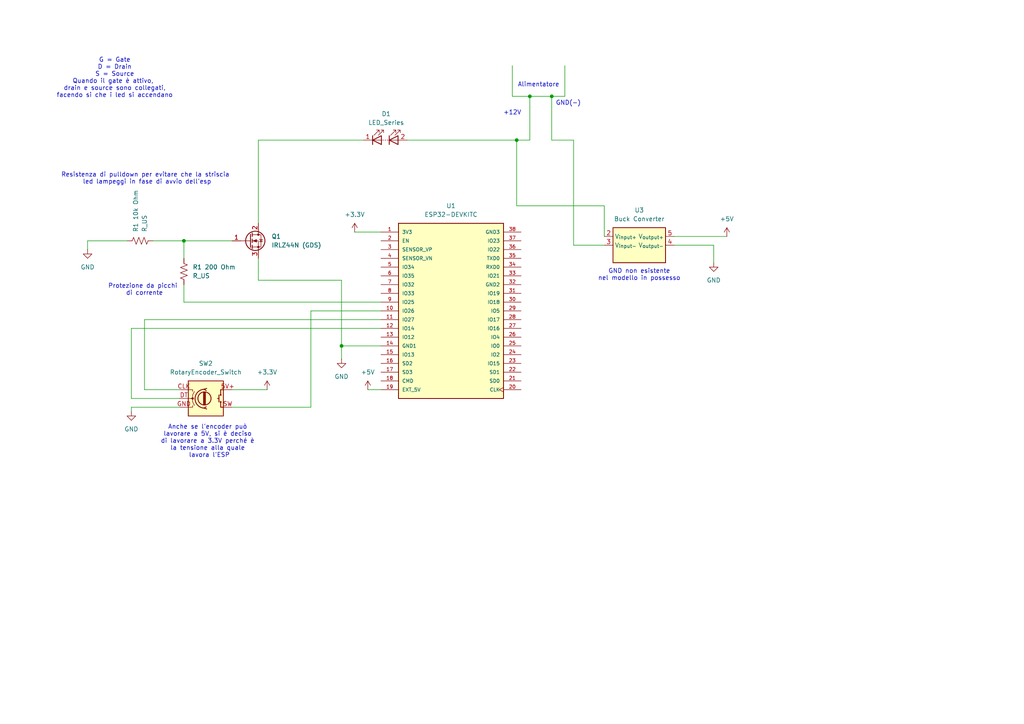
<source format=kicad_sch>
(kicad_sch
	(version 20250114)
	(generator "eeschema")
	(generator_version "9.0")
	(uuid "d5a61ab2-807f-4680-8873-8278cdf034f6")
	(paper "A4")
	(lib_symbols
		(symbol "Device:LED_Series"
			(pin_names
				(offset 1.016)
				(hide yes)
			)
			(exclude_from_sim no)
			(in_bom yes)
			(on_board yes)
			(property "Reference" "D"
				(at 0 5.715 0)
				(effects
					(font
						(size 1.27 1.27)
					)
				)
			)
			(property "Value" "LED_Series"
				(at 0 3.81 0)
				(effects
					(font
						(size 1.27 1.27)
					)
				)
			)
			(property "Footprint" ""
				(at -2.54 0 0)
				(effects
					(font
						(size 1.27 1.27)
					)
					(hide yes)
				)
			)
			(property "Datasheet" "~"
				(at -2.54 0 0)
				(effects
					(font
						(size 1.27 1.27)
					)
					(hide yes)
				)
			)
			(property "Description" "Several LEDs in series"
				(at 0 0 0)
				(effects
					(font
						(size 1.27 1.27)
					)
					(hide yes)
				)
			)
			(property "ki_keywords" "LED diode"
				(at 0 0 0)
				(effects
					(font
						(size 1.27 1.27)
					)
					(hide yes)
				)
			)
			(property "ki_fp_filters" "LED* LED_SMD:* LED_THT:*"
				(at 0 0 0)
				(effects
					(font
						(size 1.27 1.27)
					)
					(hide yes)
				)
			)
			(symbol "LED_Series_0_1"
				(polyline
					(pts
						(xy -3.81 0) (xy -1.016 0)
					)
					(stroke
						(width 0)
						(type default)
					)
					(fill
						(type none)
					)
				)
				(polyline
					(pts
						(xy -3.683 -1.27) (xy -3.683 1.27)
					)
					(stroke
						(width 0.254)
						(type default)
					)
					(fill
						(type none)
					)
				)
				(polyline
					(pts
						(xy -3.302 1.397) (xy -1.778 2.921) (xy -2.54 2.921) (xy -1.778 2.921) (xy -1.778 2.159)
					)
					(stroke
						(width 0)
						(type default)
					)
					(fill
						(type none)
					)
				)
				(polyline
					(pts
						(xy -2.032 1.397) (xy -0.508 2.921) (xy -1.27 2.921) (xy -0.508 2.921) (xy -0.508 2.159)
					)
					(stroke
						(width 0)
						(type default)
					)
					(fill
						(type none)
					)
				)
				(polyline
					(pts
						(xy -1.143 -1.27) (xy -1.143 1.27) (xy -3.683 0) (xy -1.143 -1.27)
					)
					(stroke
						(width 0.254)
						(type default)
					)
					(fill
						(type none)
					)
				)
				(polyline
					(pts
						(xy -0.508 0) (xy -0.762 0)
					)
					(stroke
						(width 0)
						(type default)
					)
					(fill
						(type none)
					)
				)
				(polyline
					(pts
						(xy 0.127 0) (xy -0.127 0)
					)
					(stroke
						(width 0)
						(type default)
					)
					(fill
						(type none)
					)
				)
				(polyline
					(pts
						(xy 0.508 0) (xy 0.762 0)
					)
					(stroke
						(width 0)
						(type default)
					)
					(fill
						(type none)
					)
				)
				(polyline
					(pts
						(xy 1.016 0) (xy 3.81 0)
					)
					(stroke
						(width 0)
						(type default)
					)
					(fill
						(type none)
					)
				)
				(polyline
					(pts
						(xy 1.143 -1.27) (xy 1.143 1.27)
					)
					(stroke
						(width 0.254)
						(type default)
					)
					(fill
						(type none)
					)
				)
				(polyline
					(pts
						(xy 1.524 1.397) (xy 3.048 2.921) (xy 2.286 2.921) (xy 3.048 2.921) (xy 3.048 2.159)
					)
					(stroke
						(width 0)
						(type default)
					)
					(fill
						(type none)
					)
				)
				(polyline
					(pts
						(xy 2.794 1.397) (xy 4.318 2.921) (xy 3.556 2.921) (xy 4.318 2.921) (xy 4.318 2.159)
					)
					(stroke
						(width 0)
						(type default)
					)
					(fill
						(type none)
					)
				)
				(polyline
					(pts
						(xy 3.683 -1.27) (xy 3.683 1.27) (xy 1.143 0) (xy 3.683 -1.27)
					)
					(stroke
						(width 0.254)
						(type default)
					)
					(fill
						(type none)
					)
				)
			)
			(symbol "LED_Series_1_1"
				(pin passive line
					(at -6.35 0 0)
					(length 2.54)
					(name "K"
						(effects
							(font
								(size 1.27 1.27)
							)
						)
					)
					(number "1"
						(effects
							(font
								(size 1.27 1.27)
							)
						)
					)
				)
				(pin passive line
					(at 6.35 0 180)
					(length 2.54)
					(name "A"
						(effects
							(font
								(size 1.27 1.27)
							)
						)
					)
					(number "2"
						(effects
							(font
								(size 1.27 1.27)
							)
						)
					)
				)
			)
			(embedded_fonts no)
		)
		(symbol "ESP32-DEVKITC:ESP32-DEVKITC"
			(pin_names
				(offset 1.016)
			)
			(exclude_from_sim no)
			(in_bom yes)
			(on_board yes)
			(property "Reference" "U"
				(at -15.2572 26.0643 0)
				(effects
					(font
						(size 1.27 1.27)
					)
					(justify left bottom)
				)
			)
			(property "Value" "ESP32-DEVKITC"
				(at -15.2563 -27.9698 0)
				(effects
					(font
						(size 1.27 1.27)
					)
					(justify left bottom)
				)
			)
			(property "Footprint" "ESP32-DEVKITC:MODULE_ESP32-DEVKITC"
				(at 0 0 0)
				(effects
					(font
						(size 1.27 1.27)
					)
					(justify bottom)
					(hide yes)
				)
			)
			(property "Datasheet" ""
				(at 0 0 0)
				(effects
					(font
						(size 1.27 1.27)
					)
					(hide yes)
				)
			)
			(property "Description" ""
				(at 0 0 0)
				(effects
					(font
						(size 1.27 1.27)
					)
					(hide yes)
				)
			)
			(property "MF" "Espressif Systems"
				(at 0 0 0)
				(effects
					(font
						(size 1.27 1.27)
					)
					(justify bottom)
					(hide yes)
				)
			)
			(property "Description_1" "Transceiver; 802.11 b/g/n (Wi-Fi, WiFi, WLAN), Bluetooth® Smart Ready 4.x Dual Mode"
				(at 0 0 0)
				(effects
					(font
						(size 1.27 1.27)
					)
					(justify bottom)
					(hide yes)
				)
			)
			(property "Package" "None"
				(at 0 0 0)
				(effects
					(font
						(size 1.27 1.27)
					)
					(justify bottom)
					(hide yes)
				)
			)
			(property "Price" "None"
				(at 0 0 0)
				(effects
					(font
						(size 1.27 1.27)
					)
					(justify bottom)
					(hide yes)
				)
			)
			(property "Check_prices" "https://www.snapeda.com/parts/ESP32-DEVKITC-32D-F/Espressif+Systems/view-part/?ref=eda"
				(at 0 0 0)
				(effects
					(font
						(size 1.27 1.27)
					)
					(justify bottom)
					(hide yes)
				)
			)
			(property "STANDARD" "Manufacturer Recommendations"
				(at 0 0 0)
				(effects
					(font
						(size 1.27 1.27)
					)
					(justify bottom)
					(hide yes)
				)
			)
			(property "PARTREV" "N/A"
				(at 0 0 0)
				(effects
					(font
						(size 1.27 1.27)
					)
					(justify bottom)
					(hide yes)
				)
			)
			(property "SnapEDA_Link" "https://www.snapeda.com/parts/ESP32-DEVKITC-32D-F/Espressif+Systems/view-part/?ref=snap"
				(at 0 0 0)
				(effects
					(font
						(size 1.27 1.27)
					)
					(justify bottom)
					(hide yes)
				)
			)
			(property "MP" "ESP32-DEVKITC-32D-F"
				(at 0 0 0)
				(effects
					(font
						(size 1.27 1.27)
					)
					(justify bottom)
					(hide yes)
				)
			)
			(property "Availability" "In Stock"
				(at 0 0 0)
				(effects
					(font
						(size 1.27 1.27)
					)
					(justify bottom)
					(hide yes)
				)
			)
			(property "MANUFACTURER" "ESPRESSIF"
				(at 0 0 0)
				(effects
					(font
						(size 1.27 1.27)
					)
					(justify bottom)
					(hide yes)
				)
			)
			(symbol "ESP32-DEVKITC_0_0"
				(rectangle
					(start -15.24 -25.4)
					(end 15.24 25.4)
					(stroke
						(width 0.254)
						(type default)
					)
					(fill
						(type background)
					)
				)
				(pin power_in line
					(at -20.32 22.86 0)
					(length 5.08)
					(name "3V3"
						(effects
							(font
								(size 1.016 1.016)
							)
						)
					)
					(number "1"
						(effects
							(font
								(size 1.016 1.016)
							)
						)
					)
				)
				(pin input line
					(at -20.32 20.32 0)
					(length 5.08)
					(name "EN"
						(effects
							(font
								(size 1.016 1.016)
							)
						)
					)
					(number "2"
						(effects
							(font
								(size 1.016 1.016)
							)
						)
					)
				)
				(pin input line
					(at -20.32 17.78 0)
					(length 5.08)
					(name "SENSOR_VP"
						(effects
							(font
								(size 1.016 1.016)
							)
						)
					)
					(number "3"
						(effects
							(font
								(size 1.016 1.016)
							)
						)
					)
				)
				(pin input line
					(at -20.32 15.24 0)
					(length 5.08)
					(name "SENSOR_VN"
						(effects
							(font
								(size 1.016 1.016)
							)
						)
					)
					(number "4"
						(effects
							(font
								(size 1.016 1.016)
							)
						)
					)
				)
				(pin bidirectional line
					(at -20.32 12.7 0)
					(length 5.08)
					(name "IO34"
						(effects
							(font
								(size 1.016 1.016)
							)
						)
					)
					(number "5"
						(effects
							(font
								(size 1.016 1.016)
							)
						)
					)
				)
				(pin bidirectional line
					(at -20.32 10.16 0)
					(length 5.08)
					(name "IO35"
						(effects
							(font
								(size 1.016 1.016)
							)
						)
					)
					(number "6"
						(effects
							(font
								(size 1.016 1.016)
							)
						)
					)
				)
				(pin bidirectional line
					(at -20.32 7.62 0)
					(length 5.08)
					(name "IO32"
						(effects
							(font
								(size 1.016 1.016)
							)
						)
					)
					(number "7"
						(effects
							(font
								(size 1.016 1.016)
							)
						)
					)
				)
				(pin bidirectional line
					(at -20.32 5.08 0)
					(length 5.08)
					(name "IO33"
						(effects
							(font
								(size 1.016 1.016)
							)
						)
					)
					(number "8"
						(effects
							(font
								(size 1.016 1.016)
							)
						)
					)
				)
				(pin bidirectional line
					(at -20.32 2.54 0)
					(length 5.08)
					(name "IO25"
						(effects
							(font
								(size 1.016 1.016)
							)
						)
					)
					(number "9"
						(effects
							(font
								(size 1.016 1.016)
							)
						)
					)
				)
				(pin bidirectional line
					(at -20.32 0 0)
					(length 5.08)
					(name "IO26"
						(effects
							(font
								(size 1.016 1.016)
							)
						)
					)
					(number "10"
						(effects
							(font
								(size 1.016 1.016)
							)
						)
					)
				)
				(pin bidirectional line
					(at -20.32 -2.54 0)
					(length 5.08)
					(name "IO27"
						(effects
							(font
								(size 1.016 1.016)
							)
						)
					)
					(number "11"
						(effects
							(font
								(size 1.016 1.016)
							)
						)
					)
				)
				(pin bidirectional line
					(at -20.32 -5.08 0)
					(length 5.08)
					(name "IO14"
						(effects
							(font
								(size 1.016 1.016)
							)
						)
					)
					(number "12"
						(effects
							(font
								(size 1.016 1.016)
							)
						)
					)
				)
				(pin bidirectional line
					(at -20.32 -7.62 0)
					(length 5.08)
					(name "IO12"
						(effects
							(font
								(size 1.016 1.016)
							)
						)
					)
					(number "13"
						(effects
							(font
								(size 1.016 1.016)
							)
						)
					)
				)
				(pin power_in line
					(at -20.32 -10.16 0)
					(length 5.08)
					(name "GND1"
						(effects
							(font
								(size 1.016 1.016)
							)
						)
					)
					(number "14"
						(effects
							(font
								(size 1.016 1.016)
							)
						)
					)
				)
				(pin bidirectional line
					(at -20.32 -12.7 0)
					(length 5.08)
					(name "IO13"
						(effects
							(font
								(size 1.016 1.016)
							)
						)
					)
					(number "15"
						(effects
							(font
								(size 1.016 1.016)
							)
						)
					)
				)
				(pin bidirectional line
					(at -20.32 -15.24 0)
					(length 5.08)
					(name "SD2"
						(effects
							(font
								(size 1.016 1.016)
							)
						)
					)
					(number "16"
						(effects
							(font
								(size 1.016 1.016)
							)
						)
					)
				)
				(pin bidirectional line
					(at -20.32 -17.78 0)
					(length 5.08)
					(name "SD3"
						(effects
							(font
								(size 1.016 1.016)
							)
						)
					)
					(number "17"
						(effects
							(font
								(size 1.016 1.016)
							)
						)
					)
				)
				(pin bidirectional line
					(at -20.32 -20.32 0)
					(length 5.08)
					(name "CMD"
						(effects
							(font
								(size 1.016 1.016)
							)
						)
					)
					(number "18"
						(effects
							(font
								(size 1.016 1.016)
							)
						)
					)
				)
				(pin power_in line
					(at -20.32 -22.86 0)
					(length 5.08)
					(name "EXT_5V"
						(effects
							(font
								(size 1.016 1.016)
							)
						)
					)
					(number "19"
						(effects
							(font
								(size 1.016 1.016)
							)
						)
					)
				)
				(pin power_in line
					(at 20.32 22.86 180)
					(length 5.08)
					(name "GND3"
						(effects
							(font
								(size 1.016 1.016)
							)
						)
					)
					(number "38"
						(effects
							(font
								(size 1.016 1.016)
							)
						)
					)
				)
				(pin bidirectional line
					(at 20.32 20.32 180)
					(length 5.08)
					(name "IO23"
						(effects
							(font
								(size 1.016 1.016)
							)
						)
					)
					(number "37"
						(effects
							(font
								(size 1.016 1.016)
							)
						)
					)
				)
				(pin bidirectional line
					(at 20.32 17.78 180)
					(length 5.08)
					(name "IO22"
						(effects
							(font
								(size 1.016 1.016)
							)
						)
					)
					(number "36"
						(effects
							(font
								(size 1.016 1.016)
							)
						)
					)
				)
				(pin output line
					(at 20.32 15.24 180)
					(length 5.08)
					(name "TXD0"
						(effects
							(font
								(size 1.016 1.016)
							)
						)
					)
					(number "35"
						(effects
							(font
								(size 1.016 1.016)
							)
						)
					)
				)
				(pin input line
					(at 20.32 12.7 180)
					(length 5.08)
					(name "RXD0"
						(effects
							(font
								(size 1.016 1.016)
							)
						)
					)
					(number "34"
						(effects
							(font
								(size 1.016 1.016)
							)
						)
					)
				)
				(pin bidirectional line
					(at 20.32 10.16 180)
					(length 5.08)
					(name "IO21"
						(effects
							(font
								(size 1.016 1.016)
							)
						)
					)
					(number "33"
						(effects
							(font
								(size 1.016 1.016)
							)
						)
					)
				)
				(pin power_in line
					(at 20.32 7.62 180)
					(length 5.08)
					(name "GND2"
						(effects
							(font
								(size 1.016 1.016)
							)
						)
					)
					(number "32"
						(effects
							(font
								(size 1.016 1.016)
							)
						)
					)
				)
				(pin bidirectional line
					(at 20.32 5.08 180)
					(length 5.08)
					(name "IO19"
						(effects
							(font
								(size 1.016 1.016)
							)
						)
					)
					(number "31"
						(effects
							(font
								(size 1.016 1.016)
							)
						)
					)
				)
				(pin bidirectional line
					(at 20.32 2.54 180)
					(length 5.08)
					(name "IO18"
						(effects
							(font
								(size 1.016 1.016)
							)
						)
					)
					(number "30"
						(effects
							(font
								(size 1.016 1.016)
							)
						)
					)
				)
				(pin bidirectional line
					(at 20.32 0 180)
					(length 5.08)
					(name "IO5"
						(effects
							(font
								(size 1.016 1.016)
							)
						)
					)
					(number "29"
						(effects
							(font
								(size 1.016 1.016)
							)
						)
					)
				)
				(pin bidirectional line
					(at 20.32 -2.54 180)
					(length 5.08)
					(name "IO17"
						(effects
							(font
								(size 1.016 1.016)
							)
						)
					)
					(number "28"
						(effects
							(font
								(size 1.016 1.016)
							)
						)
					)
				)
				(pin bidirectional line
					(at 20.32 -5.08 180)
					(length 5.08)
					(name "IO16"
						(effects
							(font
								(size 1.016 1.016)
							)
						)
					)
					(number "27"
						(effects
							(font
								(size 1.016 1.016)
							)
						)
					)
				)
				(pin bidirectional line
					(at 20.32 -7.62 180)
					(length 5.08)
					(name "IO4"
						(effects
							(font
								(size 1.016 1.016)
							)
						)
					)
					(number "26"
						(effects
							(font
								(size 1.016 1.016)
							)
						)
					)
				)
				(pin bidirectional line
					(at 20.32 -10.16 180)
					(length 5.08)
					(name "IO0"
						(effects
							(font
								(size 1.016 1.016)
							)
						)
					)
					(number "25"
						(effects
							(font
								(size 1.016 1.016)
							)
						)
					)
				)
				(pin bidirectional line
					(at 20.32 -12.7 180)
					(length 5.08)
					(name "IO2"
						(effects
							(font
								(size 1.016 1.016)
							)
						)
					)
					(number "24"
						(effects
							(font
								(size 1.016 1.016)
							)
						)
					)
				)
				(pin bidirectional line
					(at 20.32 -15.24 180)
					(length 5.08)
					(name "IO15"
						(effects
							(font
								(size 1.016 1.016)
							)
						)
					)
					(number "23"
						(effects
							(font
								(size 1.016 1.016)
							)
						)
					)
				)
				(pin bidirectional line
					(at 20.32 -17.78 180)
					(length 5.08)
					(name "SD1"
						(effects
							(font
								(size 1.016 1.016)
							)
						)
					)
					(number "22"
						(effects
							(font
								(size 1.016 1.016)
							)
						)
					)
				)
				(pin bidirectional line
					(at 20.32 -20.32 180)
					(length 5.08)
					(name "SD0"
						(effects
							(font
								(size 1.016 1.016)
							)
						)
					)
					(number "21"
						(effects
							(font
								(size 1.016 1.016)
							)
						)
					)
				)
				(pin input clock
					(at 20.32 -22.86 180)
					(length 5.08)
					(name "CLK"
						(effects
							(font
								(size 1.016 1.016)
							)
						)
					)
					(number "20"
						(effects
							(font
								(size 1.016 1.016)
							)
						)
					)
				)
			)
			(embedded_fonts no)
		)
		(symbol "Mia Libreria:Buck Converter"
			(exclude_from_sim no)
			(in_bom yes)
			(on_board yes)
			(property "Reference" "U"
				(at -6.35 6.35 0)
				(effects
					(font
						(size 1.27 1.27)
					)
				)
			)
			(property "Value" "Buck Converter"
				(at 3.81 6.35 0)
				(effects
					(font
						(size 1.27 1.27)
					)
				)
			)
			(property "Footprint" "Module:Texas_EUS_R-PDSS-T5_THT"
				(at -2.54 -10.16 0)
				(effects
					(font
						(size 1.27 1.27)
					)
					(hide yes)
				)
			)
			(property "Datasheet" "https://www.ti.com/lit/ds/symlink/ptn78000w.pdf"
				(at 1.27 -5.08 0)
				(effects
					(font
						(size 1.27 1.27)
					)
					(hide yes)
				)
			)
			(property "Description" "1.5A non-isolated switching regulator power module, 7-36V input voltage, 2.5-12.6V output voltage, EUS-5"
				(at 2.794 -7.112 0)
				(effects
					(font
						(size 1.27 1.27)
					)
					(hide yes)
				)
			)
			(property "ki_keywords" "texas dc-dc converter step down buck"
				(at 0 0 0)
				(effects
					(font
						(size 1.27 1.27)
					)
					(hide yes)
				)
			)
			(property "ki_fp_filters" "Texas*EUS*R?PDSS?T5*"
				(at 0 0 0)
				(effects
					(font
						(size 1.27 1.27)
					)
					(hide yes)
				)
			)
			(symbol "Buck Converter_0_1"
				(rectangle
					(start -7.62 5.08)
					(end 7.62 -5.08)
					(stroke
						(width 0.254)
						(type default)
					)
					(fill
						(type background)
					)
				)
			)
			(symbol "Buck Converter_1_1"
				(pin power_in line
					(at -10.16 2.54 0)
					(length 2.54)
					(name "V_{input+}"
						(effects
							(font
								(size 1.27 1.27)
							)
						)
					)
					(number "2"
						(effects
							(font
								(size 1.27 1.27)
							)
						)
					)
				)
				(pin input line
					(at -10.16 0 0)
					(length 2.54)
					(name "V_{input-}"
						(effects
							(font
								(size 1.27 1.27)
							)
						)
					)
					(number "3"
						(effects
							(font
								(size 1.27 1.27)
							)
						)
					)
				)
				(pin power_out line
					(at 10.16 2.54 180)
					(length 2.54)
					(name "V_{output+}"
						(effects
							(font
								(size 1.27 1.27)
							)
						)
					)
					(number "5"
						(effects
							(font
								(size 1.27 1.27)
							)
						)
					)
				)
				(pin output line
					(at 10.16 0 180)
					(length 2.54)
					(name "V_{output-}"
						(effects
							(font
								(size 1.27 1.27)
							)
						)
					)
					(number "4"
						(effects
							(font
								(size 1.27 1.27)
							)
						)
					)
				)
			)
			(embedded_fonts no)
		)
		(symbol "Transistor_FET:IRLZ44N"
			(pin_names
				(hide yes)
			)
			(exclude_from_sim no)
			(in_bom yes)
			(on_board yes)
			(property "Reference" "Q"
				(at 5.08 1.905 0)
				(effects
					(font
						(size 1.27 1.27)
					)
					(justify left)
				)
			)
			(property "Value" "IRLZ44N"
				(at 5.08 0 0)
				(effects
					(font
						(size 1.27 1.27)
					)
					(justify left)
				)
			)
			(property "Footprint" "Package_TO_SOT_THT:TO-220-3_Vertical"
				(at 5.08 -1.905 0)
				(effects
					(font
						(size 1.27 1.27)
						(italic yes)
					)
					(justify left)
					(hide yes)
				)
			)
			(property "Datasheet" "http://www.irf.com/product-info/datasheets/data/irlz44n.pdf"
				(at 5.08 -3.81 0)
				(effects
					(font
						(size 1.27 1.27)
					)
					(justify left)
					(hide yes)
				)
			)
			(property "Description" "47A Id, 55V Vds, 22mOhm Rds Single N-Channel HEXFET Power MOSFET, TO-220AB"
				(at 0 0 0)
				(effects
					(font
						(size 1.27 1.27)
					)
					(hide yes)
				)
			)
			(property "ki_keywords" "N-Channel HEXFET MOSFET Logic-Level"
				(at 0 0 0)
				(effects
					(font
						(size 1.27 1.27)
					)
					(hide yes)
				)
			)
			(property "ki_fp_filters" "TO?220*"
				(at 0 0 0)
				(effects
					(font
						(size 1.27 1.27)
					)
					(hide yes)
				)
			)
			(symbol "IRLZ44N_0_1"
				(polyline
					(pts
						(xy 0.254 1.905) (xy 0.254 -1.905)
					)
					(stroke
						(width 0.254)
						(type default)
					)
					(fill
						(type none)
					)
				)
				(polyline
					(pts
						(xy 0.254 0) (xy -2.54 0)
					)
					(stroke
						(width 0)
						(type default)
					)
					(fill
						(type none)
					)
				)
				(polyline
					(pts
						(xy 0.762 2.286) (xy 0.762 1.27)
					)
					(stroke
						(width 0.254)
						(type default)
					)
					(fill
						(type none)
					)
				)
				(polyline
					(pts
						(xy 0.762 0.508) (xy 0.762 -0.508)
					)
					(stroke
						(width 0.254)
						(type default)
					)
					(fill
						(type none)
					)
				)
				(polyline
					(pts
						(xy 0.762 -1.27) (xy 0.762 -2.286)
					)
					(stroke
						(width 0.254)
						(type default)
					)
					(fill
						(type none)
					)
				)
				(polyline
					(pts
						(xy 0.762 -1.778) (xy 3.302 -1.778) (xy 3.302 1.778) (xy 0.762 1.778)
					)
					(stroke
						(width 0)
						(type default)
					)
					(fill
						(type none)
					)
				)
				(polyline
					(pts
						(xy 1.016 0) (xy 2.032 0.381) (xy 2.032 -0.381) (xy 1.016 0)
					)
					(stroke
						(width 0)
						(type default)
					)
					(fill
						(type outline)
					)
				)
				(circle
					(center 1.651 0)
					(radius 2.794)
					(stroke
						(width 0.254)
						(type default)
					)
					(fill
						(type none)
					)
				)
				(polyline
					(pts
						(xy 2.54 2.54) (xy 2.54 1.778)
					)
					(stroke
						(width 0)
						(type default)
					)
					(fill
						(type none)
					)
				)
				(circle
					(center 2.54 1.778)
					(radius 0.254)
					(stroke
						(width 0)
						(type default)
					)
					(fill
						(type outline)
					)
				)
				(circle
					(center 2.54 -1.778)
					(radius 0.254)
					(stroke
						(width 0)
						(type default)
					)
					(fill
						(type outline)
					)
				)
				(polyline
					(pts
						(xy 2.54 -2.54) (xy 2.54 0) (xy 0.762 0)
					)
					(stroke
						(width 0)
						(type default)
					)
					(fill
						(type none)
					)
				)
				(polyline
					(pts
						(xy 2.794 0.508) (xy 2.921 0.381) (xy 3.683 0.381) (xy 3.81 0.254)
					)
					(stroke
						(width 0)
						(type default)
					)
					(fill
						(type none)
					)
				)
				(polyline
					(pts
						(xy 3.302 0.381) (xy 2.921 -0.254) (xy 3.683 -0.254) (xy 3.302 0.381)
					)
					(stroke
						(width 0)
						(type default)
					)
					(fill
						(type none)
					)
				)
			)
			(symbol "IRLZ44N_1_1"
				(pin input line
					(at -5.08 0 0)
					(length 2.54)
					(name "G"
						(effects
							(font
								(size 1.27 1.27)
							)
						)
					)
					(number "1"
						(effects
							(font
								(size 1.27 1.27)
							)
						)
					)
				)
				(pin passive line
					(at 2.54 5.08 270)
					(length 2.54)
					(name "D"
						(effects
							(font
								(size 1.27 1.27)
							)
						)
					)
					(number "2"
						(effects
							(font
								(size 1.27 1.27)
							)
						)
					)
				)
				(pin passive line
					(at 2.54 -5.08 90)
					(length 2.54)
					(name "S"
						(effects
							(font
								(size 1.27 1.27)
							)
						)
					)
					(number "3"
						(effects
							(font
								(size 1.27 1.27)
							)
						)
					)
				)
			)
			(embedded_fonts no)
		)
		(symbol "encoder_rotativo:R_US"
			(pin_numbers
				(hide yes)
			)
			(pin_names
				(offset 0)
			)
			(exclude_from_sim no)
			(in_bom yes)
			(on_board yes)
			(property "Reference" "R"
				(at 2.54 0 90)
				(effects
					(font
						(size 1.27 1.27)
					)
				)
			)
			(property "Value" "R_US"
				(at -2.54 0 90)
				(effects
					(font
						(size 1.27 1.27)
					)
				)
			)
			(property "Footprint" ""
				(at 1.016 -0.254 90)
				(effects
					(font
						(size 1.27 1.27)
					)
					(hide yes)
				)
			)
			(property "Datasheet" "~"
				(at 0 0 0)
				(effects
					(font
						(size 1.27 1.27)
					)
					(hide yes)
				)
			)
			(property "Description" "Resistor, US symbol"
				(at 0 0 0)
				(effects
					(font
						(size 1.27 1.27)
					)
					(hide yes)
				)
			)
			(property "ki_keywords" "R res resistor"
				(at 0 0 0)
				(effects
					(font
						(size 1.27 1.27)
					)
					(hide yes)
				)
			)
			(property "ki_fp_filters" "R_*"
				(at 0 0 0)
				(effects
					(font
						(size 1.27 1.27)
					)
					(hide yes)
				)
			)
			(symbol "R_US_0_1"
				(polyline
					(pts
						(xy 0 2.286) (xy 0 2.54)
					)
					(stroke
						(width 0)
						(type default)
					)
					(fill
						(type none)
					)
				)
				(polyline
					(pts
						(xy 0 2.286) (xy 1.016 1.905) (xy 0 1.524) (xy -1.016 1.143) (xy 0 0.762)
					)
					(stroke
						(width 0)
						(type default)
					)
					(fill
						(type none)
					)
				)
				(polyline
					(pts
						(xy 0 0.762) (xy 1.016 0.381) (xy 0 0) (xy -1.016 -0.381) (xy 0 -0.762)
					)
					(stroke
						(width 0)
						(type default)
					)
					(fill
						(type none)
					)
				)
				(polyline
					(pts
						(xy 0 -0.762) (xy 1.016 -1.143) (xy 0 -1.524) (xy -1.016 -1.905) (xy 0 -2.286)
					)
					(stroke
						(width 0)
						(type default)
					)
					(fill
						(type none)
					)
				)
				(polyline
					(pts
						(xy 0 -2.286) (xy 0 -2.54)
					)
					(stroke
						(width 0)
						(type default)
					)
					(fill
						(type none)
					)
				)
			)
			(symbol "R_US_1_1"
				(pin passive line
					(at 0 3.81 270)
					(length 1.27)
					(name "~"
						(effects
							(font
								(size 1.27 1.27)
							)
						)
					)
					(number "1"
						(effects
							(font
								(size 1.27 1.27)
							)
						)
					)
				)
				(pin passive line
					(at 0 -3.81 90)
					(length 1.27)
					(name "~"
						(effects
							(font
								(size 1.27 1.27)
							)
						)
					)
					(number "2"
						(effects
							(font
								(size 1.27 1.27)
							)
						)
					)
				)
			)
			(embedded_fonts no)
		)
		(symbol "encoder_rotativo:RotaryEncoder_Switch"
			(pin_names
				(offset 0.254)
				(hide yes)
			)
			(exclude_from_sim no)
			(in_bom yes)
			(on_board yes)
			(property "Reference" "SW"
				(at 0 6.604 0)
				(effects
					(font
						(size 1.27 1.27)
					)
				)
			)
			(property "Value" "RotaryEncoder_Switch"
				(at 0 -6.604 0)
				(effects
					(font
						(size 1.27 1.27)
					)
				)
			)
			(property "Footprint" ""
				(at -3.81 4.064 0)
				(effects
					(font
						(size 1.27 1.27)
					)
					(hide yes)
				)
			)
			(property "Datasheet" "~"
				(at 0 6.604 0)
				(effects
					(font
						(size 1.27 1.27)
					)
					(hide yes)
				)
			)
			(property "Description" "Rotary encoder, dual channel, incremental quadrate outputs, with switch"
				(at 0 0 0)
				(effects
					(font
						(size 1.27 1.27)
					)
					(hide yes)
				)
			)
			(property "ki_keywords" "rotary switch encoder switch push button"
				(at 0 0 0)
				(effects
					(font
						(size 1.27 1.27)
					)
					(hide yes)
				)
			)
			(property "ki_fp_filters" "RotaryEncoder*Switch*"
				(at 0 0 0)
				(effects
					(font
						(size 1.27 1.27)
					)
					(hide yes)
				)
			)
			(symbol "RotaryEncoder_Switch_0_1"
				(rectangle
					(start -5.08 5.08)
					(end 5.08 -5.08)
					(stroke
						(width 0.254)
						(type default)
					)
					(fill
						(type background)
					)
				)
				(polyline
					(pts
						(xy -5.08 2.54) (xy -3.81 2.54) (xy -3.81 2.032)
					)
					(stroke
						(width 0)
						(type default)
					)
					(fill
						(type none)
					)
				)
				(polyline
					(pts
						(xy -5.08 0) (xy -3.81 0) (xy -3.81 -1.016) (xy -3.302 -2.032)
					)
					(stroke
						(width 0)
						(type default)
					)
					(fill
						(type none)
					)
				)
				(polyline
					(pts
						(xy -5.08 -2.54) (xy -3.81 -2.54) (xy -3.81 -2.032)
					)
					(stroke
						(width 0)
						(type default)
					)
					(fill
						(type none)
					)
				)
				(polyline
					(pts
						(xy -4.318 0) (xy -3.81 0) (xy -3.81 1.016) (xy -3.302 2.032)
					)
					(stroke
						(width 0)
						(type default)
					)
					(fill
						(type none)
					)
				)
				(circle
					(center -3.81 0)
					(radius 0.254)
					(stroke
						(width 0)
						(type default)
					)
					(fill
						(type outline)
					)
				)
				(polyline
					(pts
						(xy -0.635 -1.778) (xy -0.635 1.778)
					)
					(stroke
						(width 0.254)
						(type default)
					)
					(fill
						(type none)
					)
				)
				(circle
					(center -0.381 0)
					(radius 1.905)
					(stroke
						(width 0.254)
						(type default)
					)
					(fill
						(type none)
					)
				)
				(polyline
					(pts
						(xy -0.381 -1.778) (xy -0.381 1.778)
					)
					(stroke
						(width 0.254)
						(type default)
					)
					(fill
						(type none)
					)
				)
				(arc
					(start -0.381 -2.794)
					(mid -3.0988 -0.0635)
					(end -0.381 2.667)
					(stroke
						(width 0.254)
						(type default)
					)
					(fill
						(type none)
					)
				)
				(polyline
					(pts
						(xy -0.127 1.778) (xy -0.127 -1.778)
					)
					(stroke
						(width 0.254)
						(type default)
					)
					(fill
						(type none)
					)
				)
				(polyline
					(pts
						(xy 0.254 2.921) (xy -0.508 2.667) (xy 0.127 2.286)
					)
					(stroke
						(width 0.254)
						(type default)
					)
					(fill
						(type none)
					)
				)
				(polyline
					(pts
						(xy 0.254 -3.048) (xy -0.508 -2.794) (xy 0.127 -2.413)
					)
					(stroke
						(width 0.254)
						(type default)
					)
					(fill
						(type none)
					)
				)
				(polyline
					(pts
						(xy 3.81 1.016) (xy 3.81 -1.016)
					)
					(stroke
						(width 0.254)
						(type default)
					)
					(fill
						(type none)
					)
				)
				(polyline
					(pts
						(xy 3.81 0) (xy 3.429 0)
					)
					(stroke
						(width 0.254)
						(type default)
					)
					(fill
						(type none)
					)
				)
				(circle
					(center 4.318 1.016)
					(radius 0.127)
					(stroke
						(width 0.254)
						(type default)
					)
					(fill
						(type none)
					)
				)
				(circle
					(center 4.318 -1.016)
					(radius 0.127)
					(stroke
						(width 0.254)
						(type default)
					)
					(fill
						(type none)
					)
				)
				(polyline
					(pts
						(xy 5.08 2.54) (xy 4.318 2.54) (xy 4.318 1.016)
					)
					(stroke
						(width 0.254)
						(type default)
					)
					(fill
						(type none)
					)
				)
				(polyline
					(pts
						(xy 5.08 -2.54) (xy 4.318 -2.54) (xy 4.318 -1.016)
					)
					(stroke
						(width 0.254)
						(type default)
					)
					(fill
						(type none)
					)
				)
			)
			(symbol "RotaryEncoder_Switch_1_1"
				(pin passive line
					(at -7.62 2.54 0)
					(length 2.54)
					(name "CLK"
						(effects
							(font
								(size 1.27 1.27)
							)
						)
					)
					(number "CLK"
						(effects
							(font
								(size 1.27 1.27)
							)
						)
					)
				)
				(pin passive line
					(at -7.62 0 0)
					(length 2.54)
					(name "DT"
						(effects
							(font
								(size 1.27 1.27)
							)
						)
					)
					(number "DT"
						(effects
							(font
								(size 1.27 1.27)
							)
						)
					)
				)
				(pin passive line
					(at -7.62 -2.54 0)
					(length 2.54)
					(name "GND"
						(effects
							(font
								(size 1.27 1.27)
							)
						)
					)
					(number "GND"
						(effects
							(font
								(size 1.27 1.27)
							)
						)
					)
				)
				(pin passive line
					(at 7.62 2.54 180)
					(length 2.54)
					(name "5V+"
						(effects
							(font
								(size 1.27 1.27)
							)
						)
					)
					(number "5V+"
						(effects
							(font
								(size 1.27 1.27)
							)
						)
					)
				)
				(pin passive line
					(at 7.62 -2.54 180)
					(length 2.54)
					(name "SW"
						(effects
							(font
								(size 1.27 1.27)
							)
						)
					)
					(number "SW"
						(effects
							(font
								(size 1.27 1.27)
							)
						)
					)
				)
			)
			(embedded_fonts no)
		)
		(symbol "power:+3.3V"
			(power)
			(pin_numbers
				(hide yes)
			)
			(pin_names
				(offset 0)
				(hide yes)
			)
			(exclude_from_sim no)
			(in_bom yes)
			(on_board yes)
			(property "Reference" "#PWR"
				(at 0 -3.81 0)
				(effects
					(font
						(size 1.27 1.27)
					)
					(hide yes)
				)
			)
			(property "Value" "+3.3V"
				(at 0 3.556 0)
				(effects
					(font
						(size 1.27 1.27)
					)
				)
			)
			(property "Footprint" ""
				(at 0 0 0)
				(effects
					(font
						(size 1.27 1.27)
					)
					(hide yes)
				)
			)
			(property "Datasheet" ""
				(at 0 0 0)
				(effects
					(font
						(size 1.27 1.27)
					)
					(hide yes)
				)
			)
			(property "Description" "Power symbol creates a global label with name \"+3.3V\""
				(at 0 0 0)
				(effects
					(font
						(size 1.27 1.27)
					)
					(hide yes)
				)
			)
			(property "ki_keywords" "global power"
				(at 0 0 0)
				(effects
					(font
						(size 1.27 1.27)
					)
					(hide yes)
				)
			)
			(symbol "+3.3V_0_1"
				(polyline
					(pts
						(xy -0.762 1.27) (xy 0 2.54)
					)
					(stroke
						(width 0)
						(type default)
					)
					(fill
						(type none)
					)
				)
				(polyline
					(pts
						(xy 0 2.54) (xy 0.762 1.27)
					)
					(stroke
						(width 0)
						(type default)
					)
					(fill
						(type none)
					)
				)
				(polyline
					(pts
						(xy 0 0) (xy 0 2.54)
					)
					(stroke
						(width 0)
						(type default)
					)
					(fill
						(type none)
					)
				)
			)
			(symbol "+3.3V_1_1"
				(pin power_in line
					(at 0 0 90)
					(length 0)
					(name "~"
						(effects
							(font
								(size 1.27 1.27)
							)
						)
					)
					(number "1"
						(effects
							(font
								(size 1.27 1.27)
							)
						)
					)
				)
			)
			(embedded_fonts no)
		)
		(symbol "power:+5V"
			(power)
			(pin_numbers
				(hide yes)
			)
			(pin_names
				(offset 0)
				(hide yes)
			)
			(exclude_from_sim no)
			(in_bom yes)
			(on_board yes)
			(property "Reference" "#PWR"
				(at 0 -3.81 0)
				(effects
					(font
						(size 1.27 1.27)
					)
					(hide yes)
				)
			)
			(property "Value" "+5V"
				(at 0 3.556 0)
				(effects
					(font
						(size 1.27 1.27)
					)
				)
			)
			(property "Footprint" ""
				(at 0 0 0)
				(effects
					(font
						(size 1.27 1.27)
					)
					(hide yes)
				)
			)
			(property "Datasheet" ""
				(at 0 0 0)
				(effects
					(font
						(size 1.27 1.27)
					)
					(hide yes)
				)
			)
			(property "Description" "Power symbol creates a global label with name \"+5V\""
				(at 0 0 0)
				(effects
					(font
						(size 1.27 1.27)
					)
					(hide yes)
				)
			)
			(property "ki_keywords" "global power"
				(at 0 0 0)
				(effects
					(font
						(size 1.27 1.27)
					)
					(hide yes)
				)
			)
			(symbol "+5V_0_1"
				(polyline
					(pts
						(xy -0.762 1.27) (xy 0 2.54)
					)
					(stroke
						(width 0)
						(type default)
					)
					(fill
						(type none)
					)
				)
				(polyline
					(pts
						(xy 0 2.54) (xy 0.762 1.27)
					)
					(stroke
						(width 0)
						(type default)
					)
					(fill
						(type none)
					)
				)
				(polyline
					(pts
						(xy 0 0) (xy 0 2.54)
					)
					(stroke
						(width 0)
						(type default)
					)
					(fill
						(type none)
					)
				)
			)
			(symbol "+5V_1_1"
				(pin power_in line
					(at 0 0 90)
					(length 0)
					(name "~"
						(effects
							(font
								(size 1.27 1.27)
							)
						)
					)
					(number "1"
						(effects
							(font
								(size 1.27 1.27)
							)
						)
					)
				)
			)
			(embedded_fonts no)
		)
		(symbol "power:GND"
			(power)
			(pin_numbers
				(hide yes)
			)
			(pin_names
				(offset 0)
				(hide yes)
			)
			(exclude_from_sim no)
			(in_bom yes)
			(on_board yes)
			(property "Reference" "#PWR"
				(at 0 -6.35 0)
				(effects
					(font
						(size 1.27 1.27)
					)
					(hide yes)
				)
			)
			(property "Value" "GND"
				(at 0 -3.81 0)
				(effects
					(font
						(size 1.27 1.27)
					)
				)
			)
			(property "Footprint" ""
				(at 0 0 0)
				(effects
					(font
						(size 1.27 1.27)
					)
					(hide yes)
				)
			)
			(property "Datasheet" ""
				(at 0 0 0)
				(effects
					(font
						(size 1.27 1.27)
					)
					(hide yes)
				)
			)
			(property "Description" "Power symbol creates a global label with name \"GND\" , ground"
				(at 0 0 0)
				(effects
					(font
						(size 1.27 1.27)
					)
					(hide yes)
				)
			)
			(property "ki_keywords" "global power"
				(at 0 0 0)
				(effects
					(font
						(size 1.27 1.27)
					)
					(hide yes)
				)
			)
			(symbol "GND_0_1"
				(polyline
					(pts
						(xy 0 0) (xy 0 -1.27) (xy 1.27 -1.27) (xy 0 -2.54) (xy -1.27 -1.27) (xy 0 -1.27)
					)
					(stroke
						(width 0)
						(type default)
					)
					(fill
						(type none)
					)
				)
			)
			(symbol "GND_1_1"
				(pin power_in line
					(at 0 0 270)
					(length 0)
					(name "~"
						(effects
							(font
								(size 1.27 1.27)
							)
						)
					)
					(number "1"
						(effects
							(font
								(size 1.27 1.27)
							)
						)
					)
				)
			)
			(embedded_fonts no)
		)
	)
	(text "Anche se l'encoder può \nlavorare a 5V, si è deciso \ndi lavorare a 3.3V perché è \nla tensione alla quale \nlavora l'ESP"
		(exclude_from_sim no)
		(at 60.706 128.016 0)
		(effects
			(font
				(size 1.27 1.27)
			)
		)
		(uuid "0dd43813-3a99-4d76-bf70-ef82c839d8eb")
	)
	(text "GND(-)"
		(exclude_from_sim no)
		(at 164.846 29.972 0)
		(effects
			(font
				(size 1.27 1.27)
			)
		)
		(uuid "1c05c0dd-d9b2-47f8-9b31-624f0e1260b1")
	)
	(text "Resistenza di pulldown per evitare che la striscia\n led lampeggi in fase di avvio dell'esp"
		(exclude_from_sim no)
		(at 42.164 51.816 0)
		(effects
			(font
				(size 1.27 1.27)
			)
		)
		(uuid "1c26b159-57ea-4f58-81ff-60a42449ec1a")
	)
	(text "+12V"
		(exclude_from_sim no)
		(at 148.59 32.766 0)
		(effects
			(font
				(size 1.27 1.27)
			)
		)
		(uuid "7f5f3141-ff5c-456a-bbf0-6e45e4468c9d")
	)
	(text "Protezione da picchi \ndi corrente"
		(exclude_from_sim no)
		(at 41.91 84.074 0)
		(effects
			(font
				(size 1.27 1.27)
			)
		)
		(uuid "8cac0c14-c7f9-4e9e-a759-7f40f7fabd09")
	)
	(text "Alimentatore"
		(exclude_from_sim no)
		(at 156.21 24.638 0)
		(effects
			(font
				(size 1.27 1.27)
			)
		)
		(uuid "977f6f7d-8505-45ae-a740-7e9f412a08f3")
	)
	(text "GND non esistente\nnel modello in possesso"
		(exclude_from_sim no)
		(at 185.42 79.756 0)
		(effects
			(font
				(size 1.27 1.27)
			)
		)
		(uuid "a9fa4a98-89ab-4792-af6b-33475449e410")
	)
	(text "G = Gate\nD = Drain\nS = Source\nQuando il gate è attivo, \ndrain e source sono collegati,\nfacendo si che i led si accendano"
		(exclude_from_sim no)
		(at 33.274 22.606 0)
		(effects
			(font
				(size 1.27 1.27)
			)
		)
		(uuid "fd855b6a-01c2-4ecd-83b1-9f9ae497009d")
	)
	(junction
		(at 99.06 100.33)
		(diameter 0)
		(color 0 0 0 0)
		(uuid "2e386c39-a0b3-4c01-b9de-91a2fcf29b73")
	)
	(junction
		(at 149.86 40.64)
		(diameter 0)
		(color 0 0 0 0)
		(uuid "3e5dccb1-5148-4100-a043-96316cb2e1d6")
	)
	(junction
		(at 160.02 27.94)
		(diameter 0)
		(color 0 0 0 0)
		(uuid "6d28c650-7df6-4e4a-b71f-eb3b5545485b")
	)
	(junction
		(at 153.67 27.94)
		(diameter 0)
		(color 0 0 0 0)
		(uuid "986fba81-499b-484e-8ffc-670c6d65e7aa")
	)
	(junction
		(at 53.34 69.85)
		(diameter 0)
		(color 0 0 0 0)
		(uuid "c5562d5b-dc4a-4aed-8197-220d78755e7d")
	)
	(wire
		(pts
			(xy 67.31 69.85) (xy 53.34 69.85)
		)
		(stroke
			(width 0)
			(type default)
		)
		(uuid "01c04ccc-2b3b-45ea-b0ba-1cce9efe8be0")
	)
	(wire
		(pts
			(xy 74.93 81.28) (xy 99.06 81.28)
		)
		(stroke
			(width 0)
			(type default)
		)
		(uuid "05c8f9ed-06d9-4189-a807-bcb0965f5025")
	)
	(wire
		(pts
			(xy 175.26 68.58) (xy 175.26 59.69)
		)
		(stroke
			(width 0)
			(type default)
		)
		(uuid "1ab58f9b-0b07-44f1-ab9b-5e8b1f10101d")
	)
	(wire
		(pts
			(xy 53.34 87.63) (xy 110.49 87.63)
		)
		(stroke
			(width 0)
			(type default)
		)
		(uuid "21154a44-9aef-426c-a57f-e83ca85b2508")
	)
	(wire
		(pts
			(xy 38.1 119.38) (xy 38.1 118.11)
		)
		(stroke
			(width 0)
			(type default)
		)
		(uuid "2814bc1a-6051-4ea8-8622-33d8581bc676")
	)
	(wire
		(pts
			(xy 90.17 90.17) (xy 90.17 118.11)
		)
		(stroke
			(width 0)
			(type default)
		)
		(uuid "2c53a43e-ceff-42ff-98b4-e774fef6b40a")
	)
	(wire
		(pts
			(xy 163.83 19.05) (xy 163.83 27.94)
		)
		(stroke
			(width 0)
			(type default)
		)
		(uuid "2e327d13-e119-41b1-b66a-a856f0d63d9d")
	)
	(wire
		(pts
			(xy 153.67 27.94) (xy 153.67 40.64)
		)
		(stroke
			(width 0)
			(type default)
		)
		(uuid "318dc2a7-c464-4465-a9a4-59232ecaadee")
	)
	(wire
		(pts
			(xy 148.59 19.05) (xy 148.59 27.94)
		)
		(stroke
			(width 0)
			(type default)
		)
		(uuid "323be45a-cf20-4999-8077-2f9205b864aa")
	)
	(wire
		(pts
			(xy 38.1 95.25) (xy 38.1 115.57)
		)
		(stroke
			(width 0)
			(type default)
		)
		(uuid "3475546c-947f-46ce-afad-8fd7a9f8b3ae")
	)
	(wire
		(pts
			(xy 74.93 74.93) (xy 74.93 81.28)
		)
		(stroke
			(width 0)
			(type default)
		)
		(uuid "34f00194-1417-437f-aec4-fdfea932ae38")
	)
	(wire
		(pts
			(xy 207.01 76.2) (xy 207.01 71.12)
		)
		(stroke
			(width 0)
			(type default)
		)
		(uuid "351400af-ffc8-4fe5-96a6-a2ae9613018b")
	)
	(wire
		(pts
			(xy 106.68 113.03) (xy 110.49 113.03)
		)
		(stroke
			(width 0)
			(type default)
		)
		(uuid "40288edc-2554-4187-a49c-21adc785cc3f")
	)
	(wire
		(pts
			(xy 160.02 27.94) (xy 160.02 40.64)
		)
		(stroke
			(width 0)
			(type default)
		)
		(uuid "426ddf1f-efd2-4363-b2cb-ea80e2b50ad2")
	)
	(wire
		(pts
			(xy 53.34 82.55) (xy 53.34 87.63)
		)
		(stroke
			(width 0)
			(type default)
		)
		(uuid "42d550f8-7a8e-4244-a7a6-ac36c89c81db")
	)
	(wire
		(pts
			(xy 102.87 67.31) (xy 110.49 67.31)
		)
		(stroke
			(width 0)
			(type default)
		)
		(uuid "4327c6f2-391e-4f59-a532-65d932e1e504")
	)
	(wire
		(pts
			(xy 118.11 40.64) (xy 149.86 40.64)
		)
		(stroke
			(width 0)
			(type default)
		)
		(uuid "4f1b5682-88e3-484c-9ae3-3aac37ae79f5")
	)
	(wire
		(pts
			(xy 110.49 95.25) (xy 38.1 95.25)
		)
		(stroke
			(width 0)
			(type default)
		)
		(uuid "5006ed11-720e-4a01-828a-2ebf43695656")
	)
	(wire
		(pts
			(xy 153.67 40.64) (xy 149.86 40.64)
		)
		(stroke
			(width 0)
			(type default)
		)
		(uuid "504e3bb6-9f91-49cc-b020-e63f110b89ff")
	)
	(wire
		(pts
			(xy 74.93 40.64) (xy 105.41 40.64)
		)
		(stroke
			(width 0)
			(type default)
		)
		(uuid "509fe4a7-fbb1-42cc-b14f-4736a3002f60")
	)
	(wire
		(pts
			(xy 99.06 100.33) (xy 99.06 104.14)
		)
		(stroke
			(width 0)
			(type default)
		)
		(uuid "5155e008-546d-4923-a37a-cbe176faecb7")
	)
	(wire
		(pts
			(xy 44.45 69.85) (xy 53.34 69.85)
		)
		(stroke
			(width 0)
			(type default)
		)
		(uuid "586d1e82-9a78-4755-831c-2c5b6053f174")
	)
	(wire
		(pts
			(xy 67.31 118.11) (xy 90.17 118.11)
		)
		(stroke
			(width 0)
			(type default)
		)
		(uuid "5e484756-dae7-4ff7-917e-ec335f4d4365")
	)
	(wire
		(pts
			(xy 160.02 40.64) (xy 166.37 40.64)
		)
		(stroke
			(width 0)
			(type default)
		)
		(uuid "765b62bf-ce99-465a-b5c9-d140436d55f1")
	)
	(wire
		(pts
			(xy 166.37 71.12) (xy 166.37 40.64)
		)
		(stroke
			(width 0)
			(type default)
		)
		(uuid "79209b63-df1f-45dc-8a80-aaf028a03451")
	)
	(wire
		(pts
			(xy 99.06 81.28) (xy 99.06 100.33)
		)
		(stroke
			(width 0)
			(type default)
		)
		(uuid "84a56d61-4e8c-4484-b6fc-bfad2fea3ad6")
	)
	(wire
		(pts
			(xy 149.86 59.69) (xy 149.86 40.64)
		)
		(stroke
			(width 0)
			(type default)
		)
		(uuid "84ec265b-0b89-4b0f-ad73-b637a94b7ad0")
	)
	(wire
		(pts
			(xy 148.59 27.94) (xy 153.67 27.94)
		)
		(stroke
			(width 0)
			(type default)
		)
		(uuid "8d566355-26f3-4ab7-a393-218e14d3eff7")
	)
	(wire
		(pts
			(xy 153.67 27.94) (xy 160.02 27.94)
		)
		(stroke
			(width 0)
			(type default)
		)
		(uuid "98954579-c70c-4a11-b54c-8f4fe38527cb")
	)
	(wire
		(pts
			(xy 175.26 71.12) (xy 166.37 71.12)
		)
		(stroke
			(width 0)
			(type default)
		)
		(uuid "a0c4130b-6119-4284-b126-7180824bdd78")
	)
	(wire
		(pts
			(xy 74.93 64.77) (xy 74.93 40.64)
		)
		(stroke
			(width 0)
			(type default)
		)
		(uuid "ae991293-6473-4025-b226-d1eb6a2e853b")
	)
	(wire
		(pts
			(xy 38.1 118.11) (xy 52.07 118.11)
		)
		(stroke
			(width 0)
			(type default)
		)
		(uuid "b3ff7ada-2399-4b80-8a23-650f7d3f5db1")
	)
	(wire
		(pts
			(xy 160.02 27.94) (xy 163.83 27.94)
		)
		(stroke
			(width 0)
			(type default)
		)
		(uuid "c0e71607-c0e7-4fe1-ac45-1d8733a12054")
	)
	(wire
		(pts
			(xy 25.4 69.85) (xy 25.4 72.39)
		)
		(stroke
			(width 0)
			(type default)
		)
		(uuid "c2ffefe7-3470-4da7-8573-a1ca643dfb3a")
	)
	(wire
		(pts
			(xy 67.31 113.03) (xy 77.47 113.03)
		)
		(stroke
			(width 0)
			(type default)
		)
		(uuid "cb82a510-2572-4d86-b637-a70b4280e7f7")
	)
	(wire
		(pts
			(xy 53.34 69.85) (xy 53.34 74.93)
		)
		(stroke
			(width 0)
			(type default)
		)
		(uuid "d06290e3-7b3d-4f7c-bc38-74ed4c8526e0")
	)
	(wire
		(pts
			(xy 36.83 69.85) (xy 25.4 69.85)
		)
		(stroke
			(width 0)
			(type default)
		)
		(uuid "d3cb0e7b-59d3-44d5-bac6-72b96fdceb0d")
	)
	(wire
		(pts
			(xy 52.07 115.57) (xy 38.1 115.57)
		)
		(stroke
			(width 0)
			(type default)
		)
		(uuid "d5a7ab75-792e-4a90-9514-e63e1372ac06")
	)
	(wire
		(pts
			(xy 195.58 68.58) (xy 210.82 68.58)
		)
		(stroke
			(width 0)
			(type default)
		)
		(uuid "d7db7479-e2a8-418c-a67b-1d0bb58a94c7")
	)
	(wire
		(pts
			(xy 110.49 100.33) (xy 99.06 100.33)
		)
		(stroke
			(width 0)
			(type default)
		)
		(uuid "d9355488-69f2-4313-b6d1-1c387f99bb17")
	)
	(wire
		(pts
			(xy 195.58 71.12) (xy 207.01 71.12)
		)
		(stroke
			(width 0)
			(type default)
		)
		(uuid "d9ec8518-565f-4d04-b227-f3254ab24c79")
	)
	(wire
		(pts
			(xy 41.91 113.03) (xy 52.07 113.03)
		)
		(stroke
			(width 0)
			(type default)
		)
		(uuid "dae39010-03d7-420b-84b8-5c1a7cdbfe66")
	)
	(wire
		(pts
			(xy 110.49 90.17) (xy 90.17 90.17)
		)
		(stroke
			(width 0)
			(type default)
		)
		(uuid "dbfa3f29-032e-434e-a52c-6b4b38205a42")
	)
	(wire
		(pts
			(xy 41.91 92.71) (xy 41.91 113.03)
		)
		(stroke
			(width 0)
			(type default)
		)
		(uuid "ecfc58af-6168-4c33-bc9b-17eb05adb071")
	)
	(wire
		(pts
			(xy 110.49 92.71) (xy 41.91 92.71)
		)
		(stroke
			(width 0)
			(type default)
		)
		(uuid "f949cf23-9ed7-4875-866a-2a97c91c71fd")
	)
	(wire
		(pts
			(xy 175.26 59.69) (xy 149.86 59.69)
		)
		(stroke
			(width 0)
			(type default)
		)
		(uuid "fe1a617f-3ae1-43d8-bdf6-2d311557f2c9")
	)
	(symbol
		(lib_id "encoder_rotativo:R_US")
		(at 53.34 78.74 0)
		(unit 1)
		(exclude_from_sim no)
		(in_bom yes)
		(on_board yes)
		(dnp no)
		(fields_autoplaced yes)
		(uuid "07e43ca5-f95c-41ab-b269-ea202f92dc0d")
		(property "Reference" "R1 200 Ohm"
			(at 55.88 77.4699 0)
			(effects
				(font
					(size 1.27 1.27)
				)
				(justify left)
			)
		)
		(property "Value" "R_US"
			(at 55.88 80.0099 0)
			(effects
				(font
					(size 1.27 1.27)
				)
				(justify left)
			)
		)
		(property "Footprint" ""
			(at 54.356 78.994 90)
			(effects
				(font
					(size 1.27 1.27)
				)
				(hide yes)
			)
		)
		(property "Datasheet" "~"
			(at 53.34 78.74 0)
			(effects
				(font
					(size 1.27 1.27)
				)
				(hide yes)
			)
		)
		(property "Description" "Resistor, US symbol"
			(at 53.34 78.74 0)
			(effects
				(font
					(size 1.27 1.27)
				)
				(hide yes)
			)
		)
		(pin "1"
			(uuid "634a489d-67fe-47fe-a20a-aa12f1e7b67f")
		)
		(pin "2"
			(uuid "4b7ae0e4-9a20-4c21-864c-625c7304b13b")
		)
		(instances
			(project ""
				(path "/d5a61ab2-807f-4680-8873-8278cdf034f6"
					(reference "R1 200 Ohm")
					(unit 1)
				)
			)
		)
	)
	(symbol
		(lib_id "ESP32-DEVKITC:ESP32-DEVKITC")
		(at 130.81 90.17 0)
		(unit 1)
		(exclude_from_sim no)
		(in_bom yes)
		(on_board yes)
		(dnp no)
		(fields_autoplaced yes)
		(uuid "097ad29c-29e5-4d56-916f-733ba5848d4e")
		(property "Reference" "U1"
			(at 130.81 59.69 0)
			(effects
				(font
					(size 1.27 1.27)
				)
			)
		)
		(property "Value" "ESP32-DEVKITC"
			(at 130.81 62.23 0)
			(effects
				(font
					(size 1.27 1.27)
				)
			)
		)
		(property "Footprint" "ESP32-DEVKITC:MODULE_ESP32-DEVKITC"
			(at 130.81 90.17 0)
			(effects
				(font
					(size 1.27 1.27)
				)
				(justify bottom)
				(hide yes)
			)
		)
		(property "Datasheet" ""
			(at 130.81 90.17 0)
			(effects
				(font
					(size 1.27 1.27)
				)
				(hide yes)
			)
		)
		(property "Description" ""
			(at 130.81 90.17 0)
			(effects
				(font
					(size 1.27 1.27)
				)
				(hide yes)
			)
		)
		(property "MF" "Espressif Systems"
			(at 130.81 90.17 0)
			(effects
				(font
					(size 1.27 1.27)
				)
				(justify bottom)
				(hide yes)
			)
		)
		(property "Description_1" "Transceiver; 802.11 b/g/n (Wi-Fi, WiFi, WLAN), Bluetooth® Smart Ready 4.x Dual Mode"
			(at 130.81 90.17 0)
			(effects
				(font
					(size 1.27 1.27)
				)
				(justify bottom)
				(hide yes)
			)
		)
		(property "Package" "None"
			(at 130.81 90.17 0)
			(effects
				(font
					(size 1.27 1.27)
				)
				(justify bottom)
				(hide yes)
			)
		)
		(property "Price" "None"
			(at 130.81 90.17 0)
			(effects
				(font
					(size 1.27 1.27)
				)
				(justify bottom)
				(hide yes)
			)
		)
		(property "Check_prices" "https://www.snapeda.com/parts/ESP32-DEVKITC-32D-F/Espressif+Systems/view-part/?ref=eda"
			(at 130.81 90.17 0)
			(effects
				(font
					(size 1.27 1.27)
				)
				(justify bottom)
				(hide yes)
			)
		)
		(property "STANDARD" "Manufacturer Recommendations"
			(at 130.81 90.17 0)
			(effects
				(font
					(size 1.27 1.27)
				)
				(justify bottom)
				(hide yes)
			)
		)
		(property "PARTREV" "N/A"
			(at 130.81 90.17 0)
			(effects
				(font
					(size 1.27 1.27)
				)
				(justify bottom)
				(hide yes)
			)
		)
		(property "SnapEDA_Link" "https://www.snapeda.com/parts/ESP32-DEVKITC-32D-F/Espressif+Systems/view-part/?ref=snap"
			(at 130.81 90.17 0)
			(effects
				(font
					(size 1.27 1.27)
				)
				(justify bottom)
				(hide yes)
			)
		)
		(property "MP" "ESP32-DEVKITC-32D-F"
			(at 130.81 90.17 0)
			(effects
				(font
					(size 1.27 1.27)
				)
				(justify bottom)
				(hide yes)
			)
		)
		(property "Availability" "In Stock"
			(at 130.81 90.17 0)
			(effects
				(font
					(size 1.27 1.27)
				)
				(justify bottom)
				(hide yes)
			)
		)
		(property "MANUFACTURER" "ESPRESSIF"
			(at 130.81 90.17 0)
			(effects
				(font
					(size 1.27 1.27)
				)
				(justify bottom)
				(hide yes)
			)
		)
		(pin "8"
			(uuid "385fafe6-76b4-42a9-818d-0ba4ce04ac9f")
		)
		(pin "2"
			(uuid "8e6a4393-0135-4424-930f-b3cdad8c03d9")
		)
		(pin "1"
			(uuid "3490a41d-472a-4857-830f-2cc1a1d6b86f")
		)
		(pin "3"
			(uuid "7688f2bb-8f72-4350-8b85-2aa623d479b0")
		)
		(pin "4"
			(uuid "c716c811-07db-43a1-84fd-46676c8fbc13")
		)
		(pin "5"
			(uuid "e0d2647d-91c5-4da4-8a7c-52d867e396c5")
		)
		(pin "6"
			(uuid "efe3a168-7eb6-4287-b479-6eadb39db8c9")
		)
		(pin "7"
			(uuid "7ef30310-c19a-4fcd-a4fe-7a7739b0856f")
		)
		(pin "9"
			(uuid "02d525eb-1dfa-4054-9818-16f53a989be0")
		)
		(pin "10"
			(uuid "b04c4457-6365-43d5-9a71-aa7b39fb97c4")
		)
		(pin "11"
			(uuid "c3eed215-8f9e-4f0f-b000-6f88e3334aaa")
		)
		(pin "12"
			(uuid "4678b0d2-de8c-4190-b013-5030ec69578c")
		)
		(pin "13"
			(uuid "611d3860-b131-4318-a5db-bae9b5d65022")
		)
		(pin "14"
			(uuid "a6623886-6987-4467-8e62-f0667a6a75c6")
		)
		(pin "15"
			(uuid "57ff21b8-b5ec-4409-9487-4b0824bfe6ae")
		)
		(pin "16"
			(uuid "425df2fa-d30f-4f5d-8e77-542521890517")
		)
		(pin "17"
			(uuid "3c6b57cb-38f3-4181-8a8b-7adcb1fa5e9d")
		)
		(pin "29"
			(uuid "9b3801e8-d93e-4de8-ace4-677957a200d6")
		)
		(pin "21"
			(uuid "608da8d1-0159-45ab-a1c3-281faccc3f0d")
		)
		(pin "20"
			(uuid "af29d46b-ca81-4dfb-b74a-88789fd3463e")
		)
		(pin "33"
			(uuid "db909a2c-f12b-4519-aa89-5470586531e9")
		)
		(pin "18"
			(uuid "05df0af5-e6d8-4ebf-93bb-2b2a34927856")
		)
		(pin "35"
			(uuid "940b1bb2-a304-47f5-bb88-523a7ddbcba5")
		)
		(pin "34"
			(uuid "ab9901b9-a7c7-4acd-a960-59c7f7c31652")
		)
		(pin "25"
			(uuid "82642c80-c894-4259-b1a1-b6f63115fa01")
		)
		(pin "27"
			(uuid "512aec5c-fd28-4c3b-a2f6-46fee916d39c")
		)
		(pin "36"
			(uuid "8a067d0c-0ab3-40f9-8c81-6b9405ff2833")
		)
		(pin "26"
			(uuid "efcfe316-4090-411c-bc47-8bd1bbf32dd3")
		)
		(pin "37"
			(uuid "8d33495e-c84a-47f4-b397-eef835250a44")
		)
		(pin "32"
			(uuid "c250d9ac-001e-4861-9c0a-18d98f422d56")
		)
		(pin "30"
			(uuid "fadd05a7-da9c-491b-a113-16b9996d646b")
		)
		(pin "31"
			(uuid "4f52a04c-cdab-403a-8924-1922e9f0e8a6")
		)
		(pin "38"
			(uuid "e6058433-1598-499a-b6d2-9648b601abcd")
		)
		(pin "28"
			(uuid "ec56b501-4994-41c6-abf2-701ac7629876")
		)
		(pin "24"
			(uuid "44b81b3e-8d40-4283-b6aa-ced1a5d11d81")
		)
		(pin "19"
			(uuid "f465ca59-2321-49b4-b27a-a1c8cf837545")
		)
		(pin "23"
			(uuid "a4b5a633-295e-4a0e-93d3-74f5ac1e5aa4")
		)
		(pin "22"
			(uuid "fd6288cb-fa48-4c4d-8213-35e6fbb4b49a")
		)
		(instances
			(project ""
				(path "/d5a61ab2-807f-4680-8873-8278cdf034f6"
					(reference "U1")
					(unit 1)
				)
			)
		)
	)
	(symbol
		(lib_id "power:GND")
		(at 207.01 76.2 0)
		(unit 1)
		(exclude_from_sim no)
		(in_bom yes)
		(on_board yes)
		(dnp no)
		(fields_autoplaced yes)
		(uuid "10698e81-9a31-4bea-8251-dbcca3939d83")
		(property "Reference" "#PWR01"
			(at 207.01 82.55 0)
			(effects
				(font
					(size 1.27 1.27)
				)
				(hide yes)
			)
		)
		(property "Value" "GND"
			(at 207.01 81.28 0)
			(effects
				(font
					(size 1.27 1.27)
				)
			)
		)
		(property "Footprint" ""
			(at 207.01 76.2 0)
			(effects
				(font
					(size 1.27 1.27)
				)
				(hide yes)
			)
		)
		(property "Datasheet" ""
			(at 207.01 76.2 0)
			(effects
				(font
					(size 1.27 1.27)
				)
				(hide yes)
			)
		)
		(property "Description" "Power symbol creates a global label with name \"GND\" , ground"
			(at 207.01 76.2 0)
			(effects
				(font
					(size 1.27 1.27)
				)
				(hide yes)
			)
		)
		(pin "1"
			(uuid "b70c1b20-6f45-47b1-9410-21bbb657d14f")
		)
		(instances
			(project ""
				(path "/d5a61ab2-807f-4680-8873-8278cdf034f6"
					(reference "#PWR01")
					(unit 1)
				)
			)
		)
	)
	(symbol
		(lib_id "power:+5V")
		(at 106.68 113.03 0)
		(unit 1)
		(exclude_from_sim no)
		(in_bom yes)
		(on_board yes)
		(dnp no)
		(fields_autoplaced yes)
		(uuid "1dd6a26c-ceff-44e7-98fd-dc13adb96b42")
		(property "Reference" "#PWR08"
			(at 106.68 116.84 0)
			(effects
				(font
					(size 1.27 1.27)
				)
				(hide yes)
			)
		)
		(property "Value" "+5V"
			(at 106.68 107.95 0)
			(effects
				(font
					(size 1.27 1.27)
				)
			)
		)
		(property "Footprint" ""
			(at 106.68 113.03 0)
			(effects
				(font
					(size 1.27 1.27)
				)
				(hide yes)
			)
		)
		(property "Datasheet" ""
			(at 106.68 113.03 0)
			(effects
				(font
					(size 1.27 1.27)
				)
				(hide yes)
			)
		)
		(property "Description" "Power symbol creates a global label with name \"+5V\""
			(at 106.68 113.03 0)
			(effects
				(font
					(size 1.27 1.27)
				)
				(hide yes)
			)
		)
		(pin "1"
			(uuid "49e1e01d-f4ab-401b-ac6e-1d68f20c2438")
		)
		(instances
			(project ""
				(path "/d5a61ab2-807f-4680-8873-8278cdf034f6"
					(reference "#PWR08")
					(unit 1)
				)
			)
		)
	)
	(symbol
		(lib_id "power:+5V")
		(at 210.82 68.58 0)
		(unit 1)
		(exclude_from_sim no)
		(in_bom yes)
		(on_board yes)
		(dnp no)
		(fields_autoplaced yes)
		(uuid "27f95c49-89bf-4886-9db4-2247019d2acf")
		(property "Reference" "#PWR07"
			(at 210.82 72.39 0)
			(effects
				(font
					(size 1.27 1.27)
				)
				(hide yes)
			)
		)
		(property "Value" "+5V"
			(at 210.82 63.5 0)
			(effects
				(font
					(size 1.27 1.27)
				)
			)
		)
		(property "Footprint" ""
			(at 210.82 68.58 0)
			(effects
				(font
					(size 1.27 1.27)
				)
				(hide yes)
			)
		)
		(property "Datasheet" ""
			(at 210.82 68.58 0)
			(effects
				(font
					(size 1.27 1.27)
				)
				(hide yes)
			)
		)
		(property "Description" "Power symbol creates a global label with name \"+5V\""
			(at 210.82 68.58 0)
			(effects
				(font
					(size 1.27 1.27)
				)
				(hide yes)
			)
		)
		(pin "1"
			(uuid "6d0a0077-974b-4607-a444-88b091904cc1")
		)
		(instances
			(project ""
				(path "/d5a61ab2-807f-4680-8873-8278cdf034f6"
					(reference "#PWR07")
					(unit 1)
				)
			)
		)
	)
	(symbol
		(lib_id "power:GND")
		(at 25.4 72.39 0)
		(unit 1)
		(exclude_from_sim no)
		(in_bom yes)
		(on_board yes)
		(dnp no)
		(fields_autoplaced yes)
		(uuid "316c8644-48e0-444a-a3ff-b84a9786735f")
		(property "Reference" "#PWR04"
			(at 25.4 78.74 0)
			(effects
				(font
					(size 1.27 1.27)
				)
				(hide yes)
			)
		)
		(property "Value" "GND"
			(at 25.4 77.47 0)
			(effects
				(font
					(size 1.27 1.27)
				)
			)
		)
		(property "Footprint" ""
			(at 25.4 72.39 0)
			(effects
				(font
					(size 1.27 1.27)
				)
				(hide yes)
			)
		)
		(property "Datasheet" ""
			(at 25.4 72.39 0)
			(effects
				(font
					(size 1.27 1.27)
				)
				(hide yes)
			)
		)
		(property "Description" "Power symbol creates a global label with name \"GND\" , ground"
			(at 25.4 72.39 0)
			(effects
				(font
					(size 1.27 1.27)
				)
				(hide yes)
			)
		)
		(pin "1"
			(uuid "f2fdda4e-7394-4f9d-91b1-4150ac567270")
		)
		(instances
			(project "prova"
				(path "/d5a61ab2-807f-4680-8873-8278cdf034f6"
					(reference "#PWR04")
					(unit 1)
				)
			)
		)
	)
	(symbol
		(lib_id "Mia Libreria:Buck Converter")
		(at 185.42 71.12 0)
		(unit 1)
		(exclude_from_sim no)
		(in_bom yes)
		(on_board yes)
		(dnp no)
		(fields_autoplaced yes)
		(uuid "564380f0-bb99-4138-b28d-d11a515b8222")
		(property "Reference" "U3"
			(at 185.42 60.96 0)
			(effects
				(font
					(size 1.27 1.27)
				)
			)
		)
		(property "Value" "Buck Converter"
			(at 185.42 63.5 0)
			(effects
				(font
					(size 1.27 1.27)
				)
			)
		)
		(property "Footprint" "Module:Texas_EUS_R-PDSS-T5_THT"
			(at 182.88 81.28 0)
			(effects
				(font
					(size 1.27 1.27)
				)
				(hide yes)
			)
		)
		(property "Datasheet" "https://www.ti.com/lit/ds/symlink/ptn78000w.pdf"
			(at 186.69 76.2 0)
			(effects
				(font
					(size 1.27 1.27)
				)
				(hide yes)
			)
		)
		(property "Description" "1.5A non-isolated switching regulator power module, 7-36V input voltage, 2.5-12.6V output voltage, EUS-5"
			(at 188.214 78.232 0)
			(effects
				(font
					(size 1.27 1.27)
				)
				(hide yes)
			)
		)
		(pin "2"
			(uuid "6d5c5d67-c008-4a49-966f-20ab3f6fcc86")
		)
		(pin "3"
			(uuid "aee53eb8-a2b0-44b5-b1ae-e8aec36f5f3c")
		)
		(pin "4"
			(uuid "11242c2c-fbde-4a15-90de-7c7cb9dfbae1")
		)
		(pin "5"
			(uuid "0b096894-405c-4dcc-a838-5da44671cec4")
		)
		(instances
			(project ""
				(path "/d5a61ab2-807f-4680-8873-8278cdf034f6"
					(reference "U3")
					(unit 1)
				)
			)
		)
	)
	(symbol
		(lib_id "Transistor_FET:IRLZ44N")
		(at 72.39 69.85 0)
		(unit 1)
		(exclude_from_sim no)
		(in_bom yes)
		(on_board yes)
		(dnp no)
		(fields_autoplaced yes)
		(uuid "6c1f6d4d-fee1-4806-89dd-617a6f8d2c6a")
		(property "Reference" "Q1"
			(at 78.74 68.5799 0)
			(effects
				(font
					(size 1.27 1.27)
				)
				(justify left)
			)
		)
		(property "Value" "IRLZ44N (GDS)"
			(at 78.74 71.1199 0)
			(effects
				(font
					(size 1.27 1.27)
				)
				(justify left)
			)
		)
		(property "Footprint" "Package_TO_SOT_THT:TO-220-3_Vertical"
			(at 77.47 71.755 0)
			(effects
				(font
					(size 1.27 1.27)
					(italic yes)
				)
				(justify left)
				(hide yes)
			)
		)
		(property "Datasheet" "http://www.irf.com/product-info/datasheets/data/irlz44n.pdf"
			(at 77.47 73.66 0)
			(effects
				(font
					(size 1.27 1.27)
				)
				(justify left)
				(hide yes)
			)
		)
		(property "Description" "47A Id, 55V Vds, 22mOhm Rds Single N-Channel HEXFET Power MOSFET, TO-220AB"
			(at 72.39 69.85 0)
			(effects
				(font
					(size 1.27 1.27)
				)
				(hide yes)
			)
		)
		(pin "2"
			(uuid "47a2c93c-06b7-49b3-8c49-7e8c9216837e")
		)
		(pin "1"
			(uuid "054fb8da-fc77-406a-ad9a-3125f805789f")
		)
		(pin "3"
			(uuid "6cc2ddf8-71c7-41f7-a1e7-b6de4009ff55")
		)
		(instances
			(project ""
				(path "/d5a61ab2-807f-4680-8873-8278cdf034f6"
					(reference "Q1")
					(unit 1)
				)
			)
		)
	)
	(symbol
		(lib_id "encoder_rotativo:RotaryEncoder_Switch")
		(at 59.69 115.57 0)
		(unit 1)
		(exclude_from_sim no)
		(in_bom yes)
		(on_board yes)
		(dnp no)
		(fields_autoplaced yes)
		(uuid "7d292860-c827-4221-9ee2-f616aaf434d3")
		(property "Reference" "SW2"
			(at 59.69 105.41 0)
			(effects
				(font
					(size 1.27 1.27)
				)
			)
		)
		(property "Value" "RotaryEncoder_Switch"
			(at 59.69 107.95 0)
			(effects
				(font
					(size 1.27 1.27)
				)
			)
		)
		(property "Footprint" ""
			(at 55.88 111.506 0)
			(effects
				(font
					(size 1.27 1.27)
				)
				(hide yes)
			)
		)
		(property "Datasheet" "~"
			(at 59.69 108.966 0)
			(effects
				(font
					(size 1.27 1.27)
				)
				(hide yes)
			)
		)
		(property "Description" "Rotary encoder, dual channel, incremental quadrate outputs, with switch"
			(at 59.69 115.57 0)
			(effects
				(font
					(size 1.27 1.27)
				)
				(hide yes)
			)
		)
		(pin "5V+"
			(uuid "726e9a51-7c0a-4a79-8237-0703d9d403aa")
		)
		(pin "GND"
			(uuid "c09d7455-f6d2-4b50-b2e8-b8343508cc71")
		)
		(pin "CLK"
			(uuid "f3403cd4-4e59-465a-ad85-ad55e7d837ca")
		)
		(pin "SW"
			(uuid "a3b5d6f3-5dbd-4144-bae7-73f89ee57b0a")
		)
		(pin "DT"
			(uuid "eb89333e-1137-4bb8-808a-d4fda62545b3")
		)
		(instances
			(project ""
				(path "/d5a61ab2-807f-4680-8873-8278cdf034f6"
					(reference "SW2")
					(unit 1)
				)
			)
		)
	)
	(symbol
		(lib_id "Device:LED_Series")
		(at 111.76 40.64 0)
		(unit 1)
		(exclude_from_sim no)
		(in_bom yes)
		(on_board yes)
		(dnp no)
		(fields_autoplaced yes)
		(uuid "889bfa79-1f16-47b5-8d73-f35e4b711e35")
		(property "Reference" "D1"
			(at 112.014 33.02 0)
			(effects
				(font
					(size 1.27 1.27)
				)
			)
		)
		(property "Value" "LED_Series"
			(at 112.014 35.56 0)
			(effects
				(font
					(size 1.27 1.27)
				)
			)
		)
		(property "Footprint" ""
			(at 109.22 40.64 0)
			(effects
				(font
					(size 1.27 1.27)
				)
				(hide yes)
			)
		)
		(property "Datasheet" "~"
			(at 109.22 40.64 0)
			(effects
				(font
					(size 1.27 1.27)
				)
				(hide yes)
			)
		)
		(property "Description" "Several LEDs in series"
			(at 111.76 40.64 0)
			(effects
				(font
					(size 1.27 1.27)
				)
				(hide yes)
			)
		)
		(pin "1"
			(uuid "5ac5b16d-cdf7-4261-915e-c9922674aee4")
		)
		(pin "2"
			(uuid "eeff2ffb-65ea-4047-8e50-fb9a3f01f6ee")
		)
		(instances
			(project ""
				(path "/d5a61ab2-807f-4680-8873-8278cdf034f6"
					(reference "D1")
					(unit 1)
				)
			)
		)
	)
	(symbol
		(lib_id "power:+3.3V")
		(at 77.47 113.03 0)
		(unit 1)
		(exclude_from_sim no)
		(in_bom yes)
		(on_board yes)
		(dnp no)
		(fields_autoplaced yes)
		(uuid "b1678138-45fc-4a2b-99ff-e13d60645a98")
		(property "Reference" "#PWR011"
			(at 77.47 116.84 0)
			(effects
				(font
					(size 1.27 1.27)
				)
				(hide yes)
			)
		)
		(property "Value" "+3.3V"
			(at 77.47 107.95 0)
			(effects
				(font
					(size 1.27 1.27)
				)
			)
		)
		(property "Footprint" ""
			(at 77.47 113.03 0)
			(effects
				(font
					(size 1.27 1.27)
				)
				(hide yes)
			)
		)
		(property "Datasheet" ""
			(at 77.47 113.03 0)
			(effects
				(font
					(size 1.27 1.27)
				)
				(hide yes)
			)
		)
		(property "Description" "Power symbol creates a global label with name \"+3.3V\""
			(at 77.47 113.03 0)
			(effects
				(font
					(size 1.27 1.27)
				)
				(hide yes)
			)
		)
		(pin "1"
			(uuid "08dfe974-81d7-4b2f-95b6-1ea5420ac214")
		)
		(instances
			(project "prova"
				(path "/d5a61ab2-807f-4680-8873-8278cdf034f6"
					(reference "#PWR011")
					(unit 1)
				)
			)
		)
	)
	(symbol
		(lib_id "power:+3.3V")
		(at 102.87 67.31 0)
		(unit 1)
		(exclude_from_sim no)
		(in_bom yes)
		(on_board yes)
		(dnp no)
		(fields_autoplaced yes)
		(uuid "bdcd4eab-d955-4336-998a-8464f901a1f2")
		(property "Reference" "#PWR010"
			(at 102.87 71.12 0)
			(effects
				(font
					(size 1.27 1.27)
				)
				(hide yes)
			)
		)
		(property "Value" "+3.3V"
			(at 102.87 62.23 0)
			(effects
				(font
					(size 1.27 1.27)
				)
			)
		)
		(property "Footprint" ""
			(at 102.87 67.31 0)
			(effects
				(font
					(size 1.27 1.27)
				)
				(hide yes)
			)
		)
		(property "Datasheet" ""
			(at 102.87 67.31 0)
			(effects
				(font
					(size 1.27 1.27)
				)
				(hide yes)
			)
		)
		(property "Description" "Power symbol creates a global label with name \"+3.3V\""
			(at 102.87 67.31 0)
			(effects
				(font
					(size 1.27 1.27)
				)
				(hide yes)
			)
		)
		(pin "1"
			(uuid "1130cb8e-1005-4b9a-ac96-92ffb64505e4")
		)
		(instances
			(project ""
				(path "/d5a61ab2-807f-4680-8873-8278cdf034f6"
					(reference "#PWR010")
					(unit 1)
				)
			)
		)
	)
	(symbol
		(lib_id "power:GND")
		(at 99.06 104.14 0)
		(unit 1)
		(exclude_from_sim no)
		(in_bom yes)
		(on_board yes)
		(dnp no)
		(fields_autoplaced yes)
		(uuid "c00aba23-fdf5-4eca-b108-190ec5f36961")
		(property "Reference" "#PWR03"
			(at 99.06 110.49 0)
			(effects
				(font
					(size 1.27 1.27)
				)
				(hide yes)
			)
		)
		(property "Value" "GND"
			(at 99.06 109.22 0)
			(effects
				(font
					(size 1.27 1.27)
				)
			)
		)
		(property "Footprint" ""
			(at 99.06 104.14 0)
			(effects
				(font
					(size 1.27 1.27)
				)
				(hide yes)
			)
		)
		(property "Datasheet" ""
			(at 99.06 104.14 0)
			(effects
				(font
					(size 1.27 1.27)
				)
				(hide yes)
			)
		)
		(property "Description" "Power symbol creates a global label with name \"GND\" , ground"
			(at 99.06 104.14 0)
			(effects
				(font
					(size 1.27 1.27)
				)
				(hide yes)
			)
		)
		(pin "1"
			(uuid "7460241e-3305-493a-be40-c852d336e609")
		)
		(instances
			(project "prova"
				(path "/d5a61ab2-807f-4680-8873-8278cdf034f6"
					(reference "#PWR03")
					(unit 1)
				)
			)
		)
	)
	(symbol
		(lib_id "encoder_rotativo:R_US")
		(at 40.64 69.85 90)
		(unit 1)
		(exclude_from_sim no)
		(in_bom yes)
		(on_board yes)
		(dnp no)
		(fields_autoplaced yes)
		(uuid "ed2676d4-f12d-448a-916d-eac28835e797")
		(property "Reference" "R1 10k Ohm"
			(at 39.3699 67.31 0)
			(effects
				(font
					(size 1.27 1.27)
				)
				(justify left)
			)
		)
		(property "Value" "R_US"
			(at 41.9099 67.31 0)
			(effects
				(font
					(size 1.27 1.27)
				)
				(justify left)
			)
		)
		(property "Footprint" ""
			(at 40.894 68.834 90)
			(effects
				(font
					(size 1.27 1.27)
				)
				(hide yes)
			)
		)
		(property "Datasheet" "~"
			(at 40.64 69.85 0)
			(effects
				(font
					(size 1.27 1.27)
				)
				(hide yes)
			)
		)
		(property "Description" "Resistor, US symbol"
			(at 40.64 69.85 0)
			(effects
				(font
					(size 1.27 1.27)
				)
				(hide yes)
			)
		)
		(pin "1"
			(uuid "fd0ba96f-0357-4fc6-9997-3c41653278be")
		)
		(pin "2"
			(uuid "d65a0245-131b-4f20-8625-bc89368a7de1")
		)
		(instances
			(project "prova"
				(path "/d5a61ab2-807f-4680-8873-8278cdf034f6"
					(reference "R1 10k Ohm")
					(unit 1)
				)
			)
		)
	)
	(symbol
		(lib_id "power:GND")
		(at 38.1 119.38 0)
		(unit 1)
		(exclude_from_sim no)
		(in_bom yes)
		(on_board yes)
		(dnp no)
		(fields_autoplaced yes)
		(uuid "fbeb8464-1678-4bfb-aca9-0f72c465e6bb")
		(property "Reference" "#PWR02"
			(at 38.1 125.73 0)
			(effects
				(font
					(size 1.27 1.27)
				)
				(hide yes)
			)
		)
		(property "Value" "GND"
			(at 38.1 124.46 0)
			(effects
				(font
					(size 1.27 1.27)
				)
			)
		)
		(property "Footprint" ""
			(at 38.1 119.38 0)
			(effects
				(font
					(size 1.27 1.27)
				)
				(hide yes)
			)
		)
		(property "Datasheet" ""
			(at 38.1 119.38 0)
			(effects
				(font
					(size 1.27 1.27)
				)
				(hide yes)
			)
		)
		(property "Description" "Power symbol creates a global label with name \"GND\" , ground"
			(at 38.1 119.38 0)
			(effects
				(font
					(size 1.27 1.27)
				)
				(hide yes)
			)
		)
		(pin "1"
			(uuid "e9696634-7baf-4401-927f-03a476ceb902")
		)
		(instances
			(project "prova"
				(path "/d5a61ab2-807f-4680-8873-8278cdf034f6"
					(reference "#PWR02")
					(unit 1)
				)
			)
		)
	)
	(sheet_instances
		(path "/"
			(page "1")
		)
	)
	(embedded_fonts no)
)

</source>
